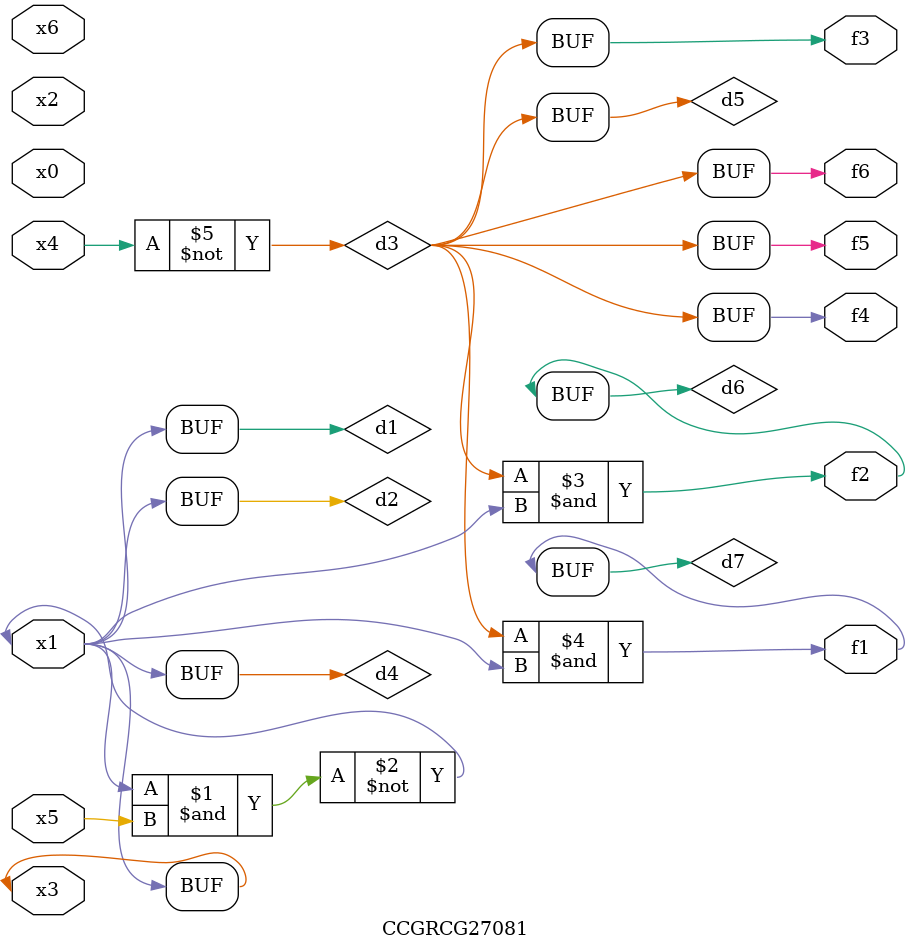
<source format=v>
module CCGRCG27081(
	input x0, x1, x2, x3, x4, x5, x6,
	output f1, f2, f3, f4, f5, f6
);

	wire d1, d2, d3, d4, d5, d6, d7;

	buf (d1, x1, x3);
	nand (d2, x1, x5);
	not (d3, x4);
	buf (d4, d1, d2);
	buf (d5, d3);
	and (d6, d3, d4);
	and (d7, d3, d4);
	assign f1 = d7;
	assign f2 = d6;
	assign f3 = d5;
	assign f4 = d5;
	assign f5 = d5;
	assign f6 = d5;
endmodule

</source>
